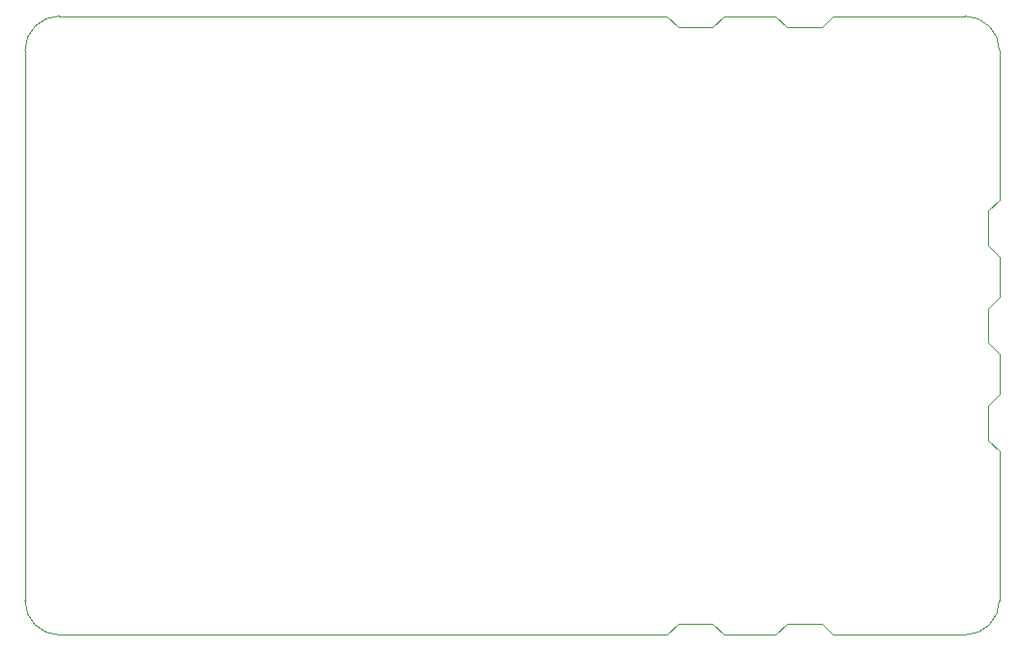
<source format=gbr>
%TF.GenerationSoftware,KiCad,Pcbnew,8.0.3*%
%TF.CreationDate,2024-06-26T22:05:55-03:00*%
%TF.ProjectId,PECDR,50454344-522e-46b6-9963-61645f706362,rev?*%
%TF.SameCoordinates,Original*%
%TF.FileFunction,Profile,NP*%
%FSLAX46Y46*%
G04 Gerber Fmt 4.6, Leading zero omitted, Abs format (unit mm)*
G04 Created by KiCad (PCBNEW 8.0.3) date 2024-06-26 22:05:55*
%MOMM*%
%LPD*%
G01*
G04 APERTURE LIST*
%TA.AperFunction,Profile*%
%ADD10C,0.100000*%
%TD*%
G04 APERTURE END LIST*
D10*
X118500000Y-77802944D02*
X118500000Y-74302944D01*
X94500000Y-53302944D02*
X99000000Y-53302944D01*
X100000000Y-106302944D02*
X99000000Y-107302944D01*
X103000000Y-54302944D02*
X104000000Y-53302944D01*
X46000000Y-107302944D02*
X89500000Y-107302944D01*
X90500000Y-106302944D02*
X89500000Y-107302944D01*
X117500000Y-87302944D02*
X117500000Y-90302944D01*
X115500000Y-53302944D02*
X104000000Y-53302944D01*
X117500000Y-78802944D02*
X118500000Y-77802944D01*
X103000000Y-106302944D02*
X100000000Y-106302944D01*
X117500000Y-87302944D02*
X118500000Y-86302944D01*
X118500000Y-91302944D02*
X118500000Y-104302944D01*
X117500000Y-81802944D02*
X118500000Y-82802944D01*
X117500000Y-73302944D02*
X118500000Y-74302944D01*
X93500000Y-106302944D02*
X90500000Y-106302944D01*
X33500000Y-104302944D02*
X33500000Y-56302944D01*
X115500000Y-53302944D02*
G75*
G02*
X118499956Y-56302944I0J-2999956D01*
G01*
X117500000Y-70302944D02*
X117500000Y-73302944D01*
X117500000Y-78802944D02*
X117500000Y-81802944D01*
X117500000Y-90302944D02*
X118500000Y-91302944D01*
X90500000Y-54302944D02*
X89500000Y-53302944D01*
X100000000Y-54302944D02*
X103000000Y-54302944D01*
X118500000Y-86302944D02*
X118500000Y-82802944D01*
X93500000Y-54302944D02*
X94500000Y-53302944D01*
X103000000Y-106302944D02*
X104000000Y-107302944D01*
X89500000Y-53302944D02*
X36500000Y-53302944D01*
X93500000Y-106302944D02*
X94500000Y-107302944D01*
X104000000Y-107302944D02*
X115500000Y-107302944D01*
X36500000Y-107302944D02*
X46000000Y-107302944D01*
X118500000Y-69302944D02*
X118500000Y-56302944D01*
X100000000Y-54302944D02*
X99000000Y-53302944D01*
X117500000Y-70302944D02*
X118500000Y-69302944D01*
X90500000Y-54302944D02*
X93500000Y-54302944D01*
X94500000Y-107302944D02*
X99000000Y-107302944D01*
X33500000Y-56302944D02*
G75*
G02*
X36500000Y-53302950I3000070J-76D01*
G01*
X36500000Y-107302944D02*
G75*
G02*
X33499956Y-104302944I0J3000044D01*
G01*
X118500000Y-104302944D02*
G75*
G02*
X115500000Y-107302900I-2999900J-56D01*
G01*
M02*

</source>
